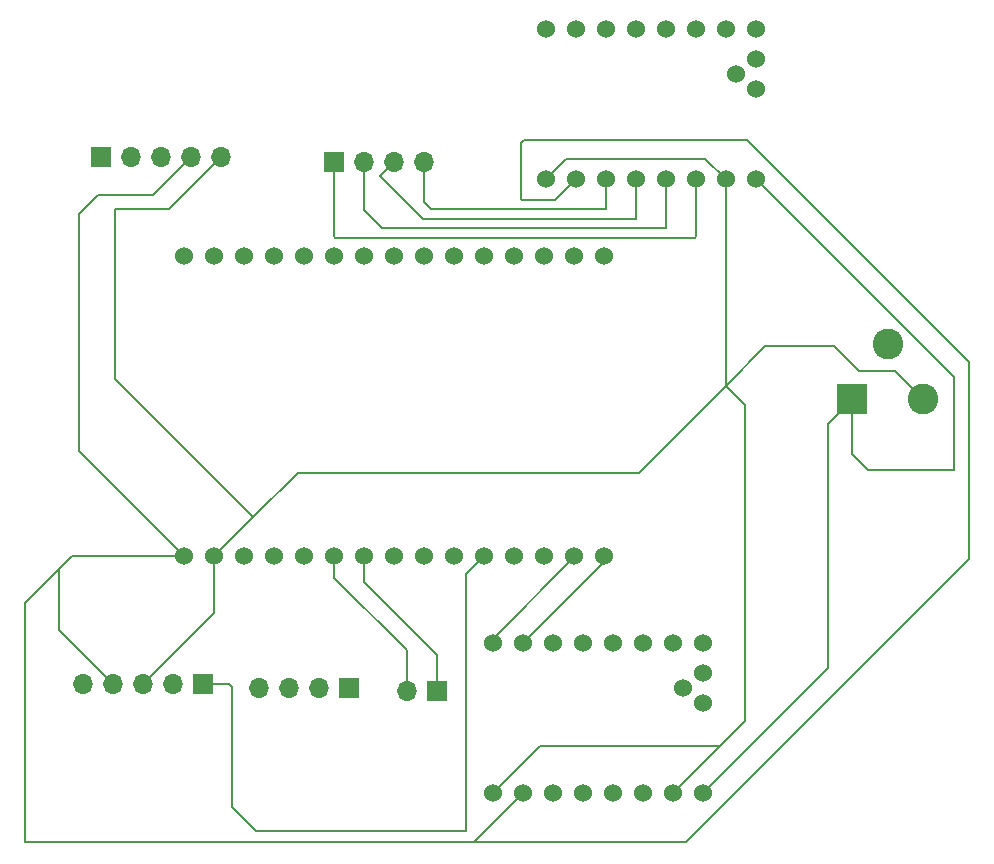
<source format=gtl>
G04 #@! TF.GenerationSoftware,KiCad,Pcbnew,8.0.8-8.0.8-0~ubuntu20.04.1*
G04 #@! TF.CreationDate,2025-01-23T22:26:11-05:00*
G04 #@! TF.ProjectId,sub_pcb,7375625f-7063-4622-9e6b-696361645f70,rev?*
G04 #@! TF.SameCoordinates,Original*
G04 #@! TF.FileFunction,Copper,L1,Top*
G04 #@! TF.FilePolarity,Positive*
%FSLAX46Y46*%
G04 Gerber Fmt 4.6, Leading zero omitted, Abs format (unit mm)*
G04 Created by KiCad (PCBNEW 8.0.8-8.0.8-0~ubuntu20.04.1) date 2025-01-23 22:26:11*
%MOMM*%
%LPD*%
G01*
G04 APERTURE LIST*
G04 #@! TA.AperFunction,ComponentPad*
%ADD10R,1.700000X1.700000*%
G04 #@! TD*
G04 #@! TA.AperFunction,ComponentPad*
%ADD11O,1.700000X1.700000*%
G04 #@! TD*
G04 #@! TA.AperFunction,ComponentPad*
%ADD12C,1.524000*%
G04 #@! TD*
G04 #@! TA.AperFunction,ComponentPad*
%ADD13R,2.600000X2.600000*%
G04 #@! TD*
G04 #@! TA.AperFunction,ComponentPad*
%ADD14C,2.600000*%
G04 #@! TD*
G04 #@! TA.AperFunction,Conductor*
%ADD15C,0.200000*%
G04 #@! TD*
G04 APERTURE END LIST*
D10*
X115890000Y-87170000D03*
D11*
X113350000Y-87170000D03*
D10*
X96075000Y-86625000D03*
D11*
X93535000Y-86625000D03*
X90995000Y-86625000D03*
X88455000Y-86625000D03*
X85915000Y-86625000D03*
D12*
X120610000Y-95850000D03*
X123150000Y-95850000D03*
X125690000Y-95850000D03*
X128230000Y-95850000D03*
X130770000Y-95850000D03*
X133310000Y-95850000D03*
X135850000Y-95850000D03*
X138390000Y-95850000D03*
X120610000Y-83150000D03*
X123150000Y-83150000D03*
X125690000Y-83150000D03*
X128230000Y-83150000D03*
X130770000Y-83150000D03*
X133310000Y-83150000D03*
X135850000Y-83150000D03*
X138390000Y-83150000D03*
X138390000Y-88230000D03*
X138390000Y-85690000D03*
X136739000Y-86960000D03*
X125110000Y-43850000D03*
X127650000Y-43850000D03*
X130190000Y-43850000D03*
X132730000Y-43850000D03*
X135270000Y-43850000D03*
X137810000Y-43850000D03*
X140350000Y-43850000D03*
X142890000Y-43850000D03*
X125110000Y-31150000D03*
X127650000Y-31150000D03*
X130190000Y-31150000D03*
X132730000Y-31150000D03*
X135270000Y-31150000D03*
X137810000Y-31150000D03*
X140350000Y-31150000D03*
X142890000Y-31150000D03*
X142890000Y-36230000D03*
X142890000Y-33690000D03*
X141239000Y-34960000D03*
X130042000Y-75787000D03*
X127502000Y-75787000D03*
X124962000Y-75787000D03*
X122422000Y-75787000D03*
X119882000Y-75787000D03*
X117342000Y-75787000D03*
X114802000Y-75787000D03*
X112262000Y-75787000D03*
X109722000Y-75787000D03*
X107182000Y-75787000D03*
X104642000Y-75787000D03*
X102102000Y-75787000D03*
X99562000Y-75787000D03*
X97022000Y-75787000D03*
X94482000Y-75787000D03*
X130042000Y-50387000D03*
X127502000Y-50387000D03*
X124962000Y-50387000D03*
X122422000Y-50387000D03*
X119882000Y-50387000D03*
X117342000Y-50387000D03*
X114802000Y-50387000D03*
X112262000Y-50387000D03*
X109722000Y-50387000D03*
X107182000Y-50387000D03*
X104642000Y-50387000D03*
X102102000Y-50387000D03*
X99562000Y-50387000D03*
X97022000Y-50387000D03*
X94482000Y-50387000D03*
D10*
X107200000Y-42375000D03*
D11*
X109740000Y-42375000D03*
X112280000Y-42375000D03*
X114820000Y-42375000D03*
X100850000Y-86945000D03*
X103390000Y-86945000D03*
X105930000Y-86945000D03*
D10*
X108470000Y-86945000D03*
D11*
X97620000Y-42000000D03*
X95080000Y-42000000D03*
X92540000Y-42000000D03*
X90000000Y-42000000D03*
D10*
X87460000Y-42000000D03*
D13*
X151050000Y-62490000D03*
D14*
X157050000Y-62490000D03*
X154050000Y-57790000D03*
D15*
X96075000Y-86625000D02*
X98309000Y-86625000D01*
X98309000Y-86625000D02*
X98552000Y-86868000D01*
X98552000Y-86868000D02*
X98552000Y-97028000D01*
X98552000Y-97028000D02*
X100584000Y-99060000D01*
X100584000Y-99060000D02*
X118364000Y-99060000D01*
X118364000Y-99060000D02*
X118364000Y-77305000D01*
X118364000Y-77305000D02*
X119882000Y-75787000D01*
X151050000Y-62490000D02*
X151050000Y-67150000D01*
X151050000Y-67150000D02*
X152400000Y-68500000D01*
X152400000Y-68500000D02*
X159640000Y-68500000D01*
X159640000Y-68500000D02*
X159640000Y-60600000D01*
X159640000Y-60600000D02*
X142890000Y-43850000D01*
X138390000Y-95850000D02*
X148970000Y-85270000D01*
X148970000Y-85270000D02*
X148970000Y-64570000D01*
X148970000Y-64570000D02*
X151050000Y-62490000D01*
X127650000Y-43850000D02*
X125870000Y-45630000D01*
X125870000Y-45630000D02*
X123130000Y-45630000D01*
X123130000Y-45630000D02*
X123000000Y-45500000D01*
X123000000Y-45500000D02*
X123000000Y-40840000D01*
X123000000Y-40840000D02*
X123280000Y-40560000D01*
X137000000Y-100000000D02*
X118800000Y-100000000D01*
X123280000Y-40560000D02*
X142170000Y-40560000D01*
X142170000Y-40560000D02*
X160960000Y-59350000D01*
X160960000Y-59350000D02*
X160960000Y-76040000D01*
X160960000Y-76040000D02*
X137000000Y-100000000D01*
X157050000Y-62490000D02*
X154690000Y-60130000D01*
X151630000Y-60130000D02*
X149500000Y-58000000D01*
X154690000Y-60130000D02*
X151630000Y-60130000D01*
X149500000Y-58000000D02*
X143700000Y-58000000D01*
X143700000Y-58000000D02*
X140350000Y-61350000D01*
X120610000Y-95850000D02*
X124580000Y-91880000D01*
X109722000Y-75787000D02*
X109722000Y-77962000D01*
X109722000Y-77962000D02*
X115890000Y-84130000D01*
X107182000Y-75787000D02*
X107182000Y-77587000D01*
X107182000Y-77587000D02*
X113350000Y-83755000D01*
X115890000Y-87170000D02*
X115890000Y-84130000D01*
X113350000Y-87170000D02*
X113350000Y-83755000D01*
X119000000Y-100000000D02*
X118800000Y-100000000D01*
X118800000Y-100000000D02*
X81000000Y-100000000D01*
X95080000Y-42000000D02*
X91880000Y-45200000D01*
X91880000Y-45200000D02*
X87200000Y-45200000D01*
X87200000Y-45200000D02*
X85600000Y-46800000D01*
X85600000Y-46800000D02*
X85600000Y-66905000D01*
X85600000Y-66905000D02*
X94482000Y-75787000D01*
X93220000Y-46400000D02*
X88600000Y-46400000D01*
X97620000Y-42000000D02*
X93220000Y-46400000D01*
X88600000Y-60800000D02*
X100304500Y-72504500D01*
X97022000Y-75787000D02*
X100304500Y-72504500D01*
X100304500Y-72504500D02*
X104089000Y-68720000D01*
X88600000Y-46400000D02*
X88600000Y-60800000D01*
X81000000Y-79787000D02*
X83893500Y-76893500D01*
X83893500Y-76893500D02*
X85000000Y-75787000D01*
X88455000Y-86625000D02*
X83893500Y-82063500D01*
X83893500Y-82063500D02*
X83893500Y-76893500D01*
X90995000Y-86625000D02*
X97022000Y-80598000D01*
X97022000Y-80598000D02*
X97022000Y-75787000D01*
X96075000Y-86625000D02*
X96344000Y-86625000D01*
X123150000Y-95850000D02*
X119000000Y-100000000D01*
X81000000Y-100000000D02*
X81000000Y-79787000D01*
X85000000Y-75787000D02*
X94482000Y-75787000D01*
X109740000Y-42375000D02*
X109740000Y-46440000D01*
X109740000Y-46440000D02*
X111260000Y-47960000D01*
X111260000Y-47960000D02*
X135260000Y-47960000D01*
X135260000Y-47960000D02*
X135300000Y-48000000D01*
X135300000Y-48000000D02*
X135300000Y-43880000D01*
X135300000Y-43880000D02*
X135270000Y-43850000D01*
X112280000Y-42375000D02*
X111077500Y-43577500D01*
X111077500Y-43577500D02*
X114750000Y-47250000D01*
X114750000Y-47250000D02*
X132730000Y-47250000D01*
X132730000Y-47250000D02*
X132730000Y-43850000D01*
X107200000Y-42375000D02*
X107200000Y-48700000D01*
X107200000Y-48700000D02*
X107300000Y-48800000D01*
X107300000Y-48800000D02*
X137700000Y-48800000D01*
X137700000Y-48800000D02*
X137810000Y-48690000D01*
X137810000Y-48690000D02*
X137810000Y-43850000D01*
X135850000Y-95850000D02*
X139820000Y-91880000D01*
X139820000Y-91880000D02*
X142000000Y-89700000D01*
X124580000Y-91880000D02*
X139820000Y-91880000D01*
X104089000Y-68720000D02*
X132980000Y-68720000D01*
X132980000Y-68720000D02*
X140350000Y-61350000D01*
X142890000Y-44370000D02*
X142890000Y-43850000D01*
X125110000Y-43850000D02*
X126840000Y-42120000D01*
X126840000Y-42120000D02*
X138620000Y-42120000D01*
X138620000Y-42120000D02*
X140350000Y-43850000D01*
X114820000Y-42375000D02*
X114820000Y-45820000D01*
X114820000Y-45820000D02*
X115420000Y-46420000D01*
X115420000Y-46420000D02*
X130190000Y-46420000D01*
X130190000Y-46420000D02*
X130190000Y-43850000D01*
X142000000Y-89700000D02*
X142000000Y-63000000D01*
X142000000Y-63000000D02*
X140350000Y-61350000D01*
X120610000Y-83150000D02*
X120610000Y-82770000D01*
X120610000Y-82770000D02*
X127502000Y-75878000D01*
X127502000Y-75878000D02*
X127502000Y-75787000D01*
X140350000Y-43850000D02*
X140350000Y-61350000D01*
X123150000Y-83150000D02*
X130042000Y-76258000D01*
X130042000Y-76258000D02*
X130042000Y-75787000D01*
X123150000Y-95850000D02*
X123000000Y-96000000D01*
X135500000Y-95500000D02*
X135850000Y-95850000D01*
M02*

</source>
